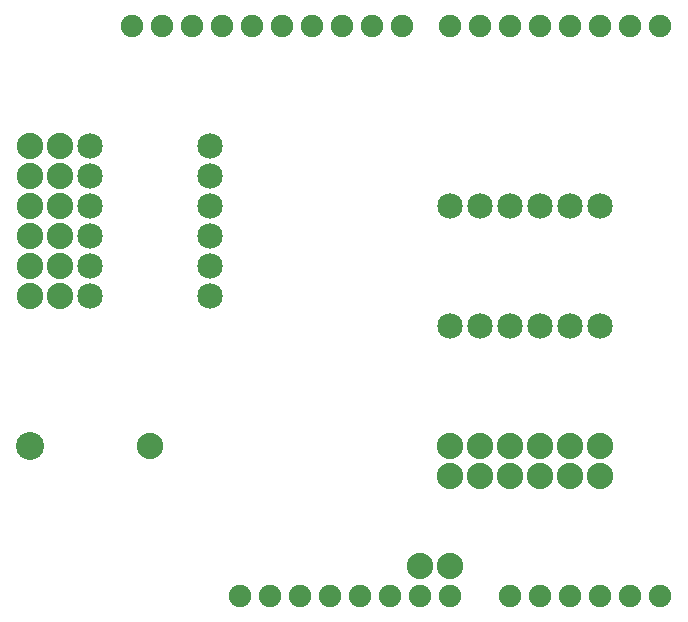
<source format=gts>
G04 MADE WITH FRITZING*
G04 WWW.FRITZING.ORG*
G04 DOUBLE SIDED*
G04 HOLES PLATED*
G04 CONTOUR ON CENTER OF CONTOUR VECTOR*
%ASAXBY*%
%FSLAX23Y23*%
%MOIN*%
%OFA0B0*%
%SFA1.0B1.0*%
%ADD10C,0.075278*%
%ADD11C,0.085000*%
%ADD12C,0.088000*%
%ADD13C,0.093307*%
%LNMASK1*%
G90*
G70*
G54D10*
X2099Y110D03*
X2199Y110D03*
X2299Y110D03*
X2399Y110D03*
X2499Y110D03*
X1639Y2010D03*
X1539Y2010D03*
X1439Y2010D03*
X1339Y2010D03*
X1239Y2010D03*
X1139Y2010D03*
X1039Y2010D03*
X939Y2010D03*
X839Y2010D03*
X739Y2010D03*
X2499Y2010D03*
X2399Y2010D03*
X2299Y2010D03*
X2199Y2010D03*
X2099Y2010D03*
X1999Y2010D03*
X1899Y2010D03*
X1799Y2010D03*
X1199Y110D03*
X1099Y110D03*
X1299Y110D03*
X1399Y110D03*
X1499Y110D03*
X1599Y110D03*
X1699Y110D03*
X1799Y110D03*
X1999Y110D03*
G54D11*
X1799Y1010D03*
X1799Y1410D03*
X1899Y1010D03*
X1899Y1410D03*
X1999Y1010D03*
X1999Y1410D03*
X2099Y1010D03*
X2099Y1410D03*
X2199Y1010D03*
X2199Y1410D03*
X2299Y1010D03*
X2299Y1410D03*
X999Y1610D03*
X599Y1610D03*
X999Y1510D03*
X599Y1510D03*
X999Y1410D03*
X599Y1410D03*
X999Y1310D03*
X599Y1310D03*
X999Y1210D03*
X599Y1210D03*
X999Y1110D03*
X599Y1110D03*
G54D12*
X399Y1110D03*
X499Y1110D03*
X399Y1210D03*
X499Y1210D03*
X399Y1310D03*
X499Y1310D03*
X399Y1410D03*
X499Y1410D03*
X399Y1510D03*
X499Y1510D03*
X399Y1610D03*
X499Y1610D03*
X2299Y610D03*
X2299Y510D03*
X2199Y610D03*
X2199Y510D03*
X2099Y610D03*
X2099Y510D03*
X1999Y610D03*
X1999Y510D03*
X1899Y610D03*
X1899Y510D03*
X1799Y610D03*
X1799Y510D03*
G54D13*
X399Y610D03*
G54D12*
X799Y610D03*
X1799Y210D03*
X1699Y210D03*
G04 End of Mask1*
M02*
</source>
